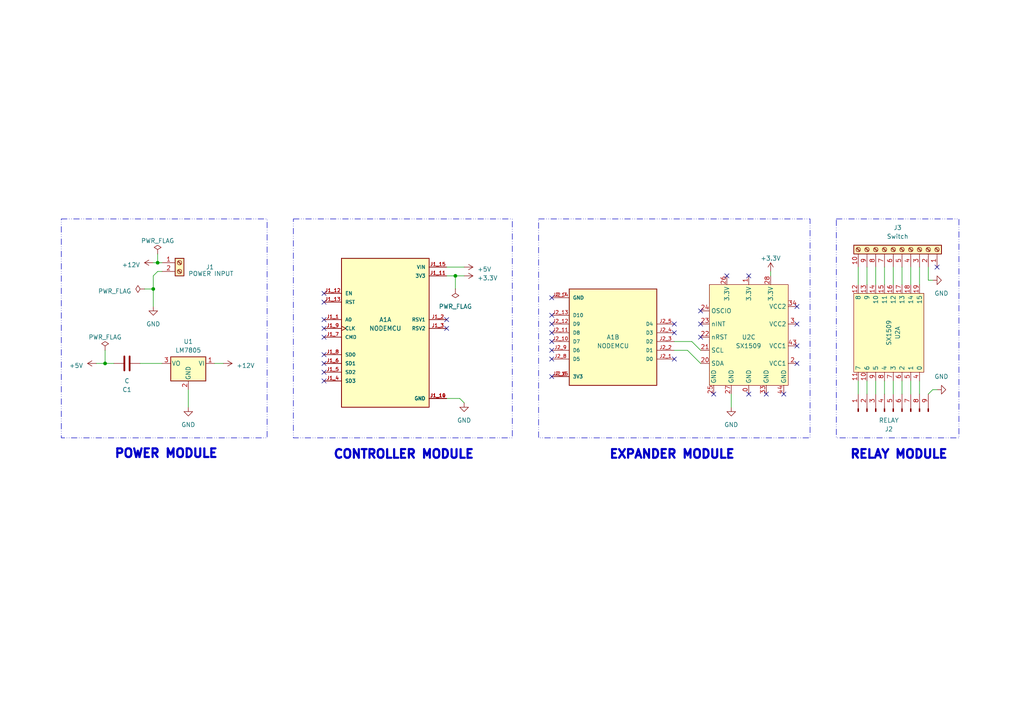
<source format=kicad_sch>
(kicad_sch (version 20230121) (generator eeschema)
  (paper "A4")
  (title_block (title "ROTO") (date "2023-05-04") (rev "1.0.0"))
  (lib_symbols
    (symbol "Connector:Conn_01x09_Pin" (pin_names (offset 1.016) hide)
      (property "Reference" "J" (at 0 12.7 0))
      (property "Value" "Conn_01x09_Pin" (at 0 -12.7 0))
      (symbol "Conn_01x09_Pin_1_1"
        (polyline (pts (xy 1.27 -10.16) (xy 0.8636 -10.16)) (stroke (width 0.1524)))
        (polyline (pts (xy 1.27 -7.62) (xy 0.8636 -7.62)) (stroke (width 0.1524)))
        (polyline (pts (xy 1.27 -5.08) (xy 0.8636 -5.08)) (stroke (width 0.1524)))
        (polyline (pts (xy 1.27 -2.54) (xy 0.8636 -2.54)) (stroke (width 0.1524)))
        (polyline (pts (xy 1.27 0) (xy 0.8636 0)) (stroke (width 0.1524)))
        (polyline (pts (xy 1.27 2.54) (xy 0.8636 2.54)) (stroke (width 0.1524)))
        (polyline (pts (xy 1.27 5.08) (xy 0.8636 5.08)) (stroke (width 0.1524)))
        (polyline (pts (xy 1.27 7.62) (xy 0.8636 7.62)) (stroke (width 0.1524)))
        (polyline (pts (xy 1.27 10.16) (xy 0.8636 10.16)) (stroke (width 0.1524)))
        (rectangle (start 0.8636 -10.033) (end 0 -10.287) (stroke (width 0.1524)) (fill (type outline)))
        (rectangle (start 0.8636 -7.493) (end 0 -7.747) (stroke (width 0.1524)) (fill (type outline)))
        (rectangle (start 0.8636 -4.953) (end 0 -5.207) (stroke (width 0.1524)) (fill (type outline)))
        (rectangle (start 0.8636 -2.413) (end 0 -2.667) (stroke (width 0.1524)) (fill (type outline)))
        (rectangle (start 0.8636 0.127) (end 0 -0.127) (stroke (width 0.1524)) (fill (type outline)))
        (rectangle (start 0.8636 2.667) (end 0 2.413) (stroke (width 0.1524)) (fill (type outline)))
        (rectangle (start 0.8636 5.207) (end 0 4.953) (stroke (width 0.1524)) (fill (type outline)))
        (rectangle (start 0.8636 7.747) (end 0 7.493) (stroke (width 0.1524)) (fill (type outline)))
        (rectangle (start 0.8636 10.287) (end 0 10.033) (stroke (width 0.1524)) (fill (type outline)))
        (pin passive line (at 5.08 10.16 180) (length 3.81) (name "Pin_1") (number "1"))
        (pin passive line (at 5.08 7.62 180) (length 3.81) (name "Pin_2") (number "2"))
        (pin passive line (at 5.08 5.08 180) (length 3.81) (name "Pin_3") (number "3"))
        (pin passive line (at 5.08 2.54 180) (length 3.81) (name "Pin_4") (number "4"))
        (pin passive line (at 5.08 0 180) (length 3.81) (name "Pin_5") (number "5"))
        (pin passive line (at 5.08 -2.54 180) (length 3.81) (name "Pin_6") (number "6"))
        (pin passive line (at 5.08 -5.08 180) (length 3.81) (name "Pin_7") (number "7"))
        (pin passive line (at 5.08 -7.62 180) (length 3.81) (name "Pin_8") (number "8"))
        (pin passive line (at 5.08 -10.16 180) (length 3.81) (name "Pin_9") (number "9"))
      )
    )
    (symbol "Connector:Screw_Terminal_01x02" (pin_names (offset 1.016) hide)
      (property "Reference" "J" (at 0 2.54 0))
      (property "Value" "Screw_Terminal_01x02" (at 0 -5.08 0))
      (symbol "Screw_Terminal_01x02_1_1"
        (rectangle (start -1.27 1.27) (end 1.27 -3.81) (stroke (width 0.254)) (fill (type background)))
        (circle (center 0 -2.54) (radius 0.635) (stroke (width 0.1524)))
        (polyline (pts (xy -0.5334 -2.2098) (xy 0.3302 -3.048)) (stroke (width 0.1524)))
        (polyline (pts (xy -0.5334 0.3302) (xy 0.3302 -0.508)) (stroke (width 0.1524)))
        (polyline (pts (xy -0.3556 -2.032) (xy 0.508 -2.8702)) (stroke (width 0.1524)))
        (polyline (pts (xy -0.3556 0.508) (xy 0.508 -0.3302)) (stroke (width 0.1524)))
        (circle (center 0 0) (radius 0.635) (stroke (width 0.1524)))
        (pin passive line (at -5.08 0 0) (length 3.81) (name "Pin_1") (number "1"))
        (pin passive line (at -5.08 -2.54 0) (length 3.81) (name "Pin_2") (number "2"))
      )
    )
    (symbol "Connector:Screw_Terminal_01x10" (pin_names (offset 1.016) hide)
      (property "Reference" "J" (at 0 12.7 0))
      (property "Value" "Screw_Terminal_01x10" (at 0 -15.24 0))
      (symbol "Screw_Terminal_01x10_1_1"
        (rectangle (start -1.27 11.43) (end 1.27 -13.97) (stroke (width 0.254)) (fill (type background)))
        (circle (center 0 -12.7) (radius 0.635) (stroke (width 0.1524)))
        (circle (center 0 -10.16) (radius 0.635) (stroke (width 0.1524)))
        (circle (center 0 -7.62) (radius 0.635) (stroke (width 0.1524)))
        (circle (center 0 -5.08) (radius 0.635) (stroke (width 0.1524)))
        (circle (center 0 -2.54) (radius 0.635) (stroke (width 0.1524)))
        (polyline (pts (xy -0.5334 -12.3698) (xy 0.3302 -13.208)) (stroke (width 0.1524)))
        (polyline (pts (xy -0.5334 -9.8298) (xy 0.3302 -10.668)) (stroke (width 0.1524)))
        (polyline (pts (xy -0.5334 -7.2898) (xy 0.3302 -8.128)) (stroke (width 0.1524)))
        (polyline (pts (xy -0.5334 -4.7498) (xy 0.3302 -5.588)) (stroke (width 0.1524)))
        (polyline (pts (xy -0.5334 -2.2098) (xy 0.3302 -3.048)) (stroke (width 0.1524)))
        (polyline (pts (xy -0.5334 0.3302) (xy 0.3302 -0.508)) (stroke (width 0.1524)))
        (polyline (pts (xy -0.5334 2.8702) (xy 0.3302 2.032)) (stroke (width 0.1524)))
        (polyline (pts (xy -0.5334 5.4102) (xy 0.3302 4.572)) (stroke (width 0.1524)))
        (polyline (pts (xy -0.5334 7.9502) (xy 0.3302 7.112)) (stroke (width 0.1524)))
        (polyline (pts (xy -0.5334 10.4902) (xy 0.3302 9.652)) (stroke (width 0.1524)))
        (polyline (pts (xy -0.3556 -12.192) (xy 0.508 -13.0302)) (stroke (width 0.1524)))
        (polyline (pts (xy -0.3556 -9.652) (xy 0.508 -10.4902)) (stroke (width 0.1524)))
        (polyline (pts (xy -0.3556 -7.112) (xy 0.508 -7.9502)) (stroke (width 0.1524)))
        (polyline (pts (xy -0.3556 -4.572) (xy 0.508 -5.4102)) (stroke (width 0.1524)))
        (polyline (pts (xy -0.3556 -2.032) (xy 0.508 -2.8702)) (stroke (width 0.1524)))
        (polyline (pts (xy -0.3556 0.508) (xy 0.508 -0.3302)) (stroke (width 0.1524)))
        (polyline (pts (xy -0.3556 3.048) (xy 0.508 2.2098)) (stroke (width 0.1524)))
        (polyline (pts (xy -0.3556 5.588) (xy 0.508 4.7498)) (stroke (width 0.1524)))
        (polyline (pts (xy -0.3556 8.128) (xy 0.508 7.2898)) (stroke (width 0.1524)))
        (polyline (pts (xy -0.3556 10.668) (xy 0.508 9.8298)) (stroke (width 0.1524)))
        (circle (center 0 0) (radius 0.635) (stroke (width 0.1524)))
        (circle (center 0 2.54) (radius 0.635) (stroke (width 0.1524)))
        (circle (center 0 5.08) (radius 0.635) (stroke (width 0.1524)))
        (circle (center 0 7.62) (radius 0.635) (stroke (width 0.1524)))
        (circle (center 0 10.16) (radius 0.635) (stroke (width 0.1524)))
        (pin passive line (at -5.08 10.16 0) (length 3.81) (name "Pin_1") (number "1"))
        (pin passive line (at -5.08 -12.7 0) (length 3.81) (name "Pin_10") (number "10"))
        (pin passive line (at -5.08 7.62 0) (length 3.81) (name "Pin_2") (number "2"))
        (pin passive line (at -5.08 5.08 0) (length 3.81) (name "Pin_3") (number "3"))
        (pin passive line (at -5.08 2.54 0) (length 3.81) (name "Pin_4") (number "4"))
        (pin passive line (at -5.08 0 0) (length 3.81) (name "Pin_5") (number "5"))
        (pin passive line (at -5.08 -2.54 0) (length 3.81) (name "Pin_6") (number "6"))
        (pin passive line (at -5.08 -5.08 0) (length 3.81) (name "Pin_7") (number "7"))
        (pin passive line (at -5.08 -7.62 0) (length 3.81) (name "Pin_8") (number "8"))
        (pin passive line (at -5.08 -10.16 0) (length 3.81) (name "Pin_9") (number "9"))
      )
    )
    (symbol "Device:C" (pin_numbers hide) (pin_names (offset 0.254))
      (property "Reference" "C" (at 0.635 2.54 0))
      (property "Value" "C" (at 0.635 -2.54 0))
      (symbol "C_0_1"
        (polyline (pts (xy -2.032 -0.762) (xy 2.032 -0.762)) (stroke (width 0.508)))
        (polyline (pts (xy -2.032 0.762) (xy 2.032 0.762)) (stroke (width 0.508)))
      )
      (symbol "C_1_1"
        (pin passive line (at 0 3.81 270) (length 2.794) (name "~") (number "1"))
        (pin passive line (at 0 -3.81 90) (length 2.794) (name "~") (number "2"))
      )
    )
    (symbol "MCU_NODEMCU:NODEMCU" (pin_names (offset 1.016))
      (property "Reference" "A" (at -1.27 24.13 0))
      (property "Value" "NODEMCU" (at -5.08 22.86 0))
      (symbol "NODEMCU_1_0"
        (rectangle (start -12.7 20.32) (end 12.7 -22.86) (stroke (width 0.254)) (fill (type background)))
        (pin bidirectional line (at -17.78 2.54 0) (length 5.08) (name "A0") (number "J1_1"))
        (pin power_in line (at 17.78 -20.32 180) (length 5.08) (name "GND") (number "J1_10"))
        (pin power_in line (at 17.78 15.24 180) (length 5.08) (name "3V3") (number "J1_11"))
        (pin input line (at -17.78 10.16 0) (length 5.08) (name "EN") (number "J1_12"))
        (pin input line (at -17.78 7.62 0) (length 5.08) (name "RST") (number "J1_13"))
        (pin power_in line (at 17.78 -20.32 180) (length 5.08) (name "GND") (number "J1_14"))
        (pin power_in line (at 17.78 17.78 180) (length 5.08) (name "VIN") (number "J1_15"))
        (pin bidirectional line (at 17.78 2.54 180) (length 5.08) (name "RSV1") (number "J1_2"))
        (pin bidirectional line (at 17.78 0 180) (length 5.08) (name "RSV2") (number "J1_3"))
        (pin bidirectional line (at -17.78 -15.24 0) (length 5.08) (name "SD3") (number "J1_4"))
        (pin bidirectional line (at -17.78 -12.7 0) (length 5.08) (name "SD2") (number "J1_5"))
        (pin bidirectional line (at -17.78 -10.16 0) (length 5.08) (name "SD1") (number "J1_6"))
        (pin bidirectional line (at -17.78 -2.54 0) (length 5.08) (name "CMD") (number "J1_7"))
        (pin bidirectional line (at -17.78 -7.62 0) (length 5.08) (name "SD0") (number "J1_8"))
        (pin bidirectional clock (at -17.78 0 0) (length 5.08) (name "CLK") (number "J1_9"))
      )
      (symbol "NODEMCU_2_0"
        (rectangle (start -12.7 -15.24) (end 12.7 12.7) (stroke (width 0.254)) (fill (type background)))
        (pin bidirectional line (at -17.78 5.08 0) (length 5.08) (name "D0") (number "J2_1"))
        (pin bidirectional line (at 17.78 0 180) (length 5.08) (name "D7") (number "J2_10"))
        (pin bidirectional line (at 17.78 -2.54 180) (length 5.08) (name "D8") (number "J2_11"))
        (pin bidirectional line (at 17.78 -5.08 180) (length 5.08) (name "D9") (number "J2_12"))
        (pin bidirectional line (at 17.78 -7.62 180) (length 5.08) (name "D10") (number "J2_13"))
        (pin power_in line (at 17.78 -12.7 180) (length 5.08) (name "GND") (number "J2_14"))
        (pin power_in line (at 17.78 10.16 180) (length 5.08) (name "3V3") (number "J2_15"))
        (pin bidirectional line (at -17.78 2.54 0) (length 5.08) (name "D1") (number "J2_2"))
        (pin bidirectional line (at -17.78 0 0) (length 5.08) (name "D2") (number "J2_3"))
        (pin bidirectional line (at -17.78 -2.54 0) (length 5.08) (name "D3") (number "J2_4"))
        (pin bidirectional line (at -17.78 -5.08 0) (length 5.08) (name "D4") (number "J2_5"))
        (pin power_in line (at 17.78 10.16 180) (length 5.08) (name "3V3") (number "J2_6"))
        (pin power_in line (at 17.78 -12.7 180) (length 5.08) (name "GND") (number "J2_7"))
        (pin bidirectional line (at 17.78 5.08 180) (length 5.08) (name "D5") (number "J2_8"))
        (pin bidirectional line (at 17.78 2.54 180) (length 5.08) (name "D6") (number "J2_9"))
      )
    )
    (symbol "MCU_SX1509:SX1509"
      (property "Reference" "U" (at 0 -24.13 0))
      (property "Value" "SX1509" (at 0 -21.59 0))
      (symbol "SX1509_1_1"
        (rectangle (start -11.43 8.89) (end 11.43 -11.43) (fill (type background)))
        (pin bidirectional line (at 13.97 -7.62 180) (length 2.54) (name "6") (number "10"))
        (pin bidirectional line (at 13.97 -10.16 180) (length 2.54) (name "7") (number "11"))
        (pin bidirectional line (at -13.97 -10.16 0) (length 2.54) (name "8") (number "12"))
        (pin bidirectional line (at -13.97 -7.62 0) (length 2.54) (name "9") (number "13"))
        (pin bidirectional line (at -13.97 -5.08 0) (length 2.54) (name "10") (number "14"))
        (pin bidirectional line (at -13.97 -2.54 0) (length 2.54) (name "11") (number "15"))
        (pin bidirectional line (at -13.97 0 0) (length 2.54) (name "12") (number "16"))
        (pin bidirectional line (at -13.97 2.54 0) (length 2.54) (name "13") (number "17"))
        (pin bidirectional line (at -13.97 5.08 0) (length 2.54) (name "14") (number "18"))
        (pin bidirectional line (at -13.97 7.62 0) (length 2.54) (name "15") (number "19"))
        (pin bidirectional line (at 13.97 7.62 180) (length 2.54) (name "0") (number "4"))
        (pin bidirectional line (at 13.97 5.08 180) (length 2.54) (name "1") (number "5"))
        (pin bidirectional line (at 13.97 2.54 180) (length 2.54) (name "2") (number "6"))
        (pin bidirectional line (at 13.97 0 180) (length 2.54) (name "3") (number "7"))
        (pin bidirectional line (at 13.97 -2.54 180) (length 2.54) (name "4") (number "8"))
        (pin bidirectional line (at 13.97 -5.08 180) (length 2.54) (name "5") (number "9"))
      )
      (symbol "SX1509_2_1"
        (rectangle (start -11.43 8.89) (end 11.43 -11.43) (fill (type background)))
        (pin bidirectional line (at -13.97 5.08 0) (length 2.54) (name "14") (number "29"))
        (pin bidirectional line (at -13.97 7.62 0) (length 2.54) (name "15") (number "30"))
        (pin bidirectional line (at -13.97 0 0) (length 2.54) (name "12") (number "31"))
        (pin bidirectional line (at -13.97 2.54 0) (length 2.54) (name "13") (number "32"))
        (pin bidirectional line (at -13.97 -5.08 0) (length 2.54) (name "10") (number "35"))
        (pin bidirectional line (at -13.97 -2.54 0) (length 2.54) (name "11") (number "36"))
        (pin bidirectional line (at -13.97 -10.16 0) (length 2.54) (name "8") (number "37"))
        (pin bidirectional line (at -13.97 -7.62 0) (length 2.54) (name "9") (number "38"))
        (pin bidirectional line (at 13.97 5.08 180) (length 2.54) (name "1") (number "39"))
        (pin bidirectional line (at 13.97 7.62 180) (length 2.54) (name "0") (number "40"))
        (pin bidirectional line (at 13.97 0 180) (length 2.54) (name "3") (number "41"))
        (pin bidirectional line (at 13.97 2.54 180) (length 2.54) (name "2") (number "42"))
        (pin bidirectional line (at 13.97 -5.08 180) (length 2.54) (name "5") (number "45"))
        (pin bidirectional line (at 13.97 -2.54 180) (length 2.54) (name "4") (number "46"))
        (pin bidirectional line (at 13.97 -7.62 180) (length 2.54) (name "6") (number "48"))
        (pin bidirectional line (at 13.97 -10.16 180) (length 2.54) (name "7") (number "49"))
      )
      (symbol "SX1509_3_1"
        (rectangle (start -11.43 13.97) (end 11.43 -15.24) (fill (type background)))
        (pin power_in line (at 0 16.51 270) (length 2.54) (name "GND") (number "0"))
        (pin power_in line (at 0 -17.78 90) (length 2.54) (name "3.3V") (number "1"))
        (pin power_out line (at -13.97 7.62 0) (length 2.54) (name "VCC1") (number "2"))
        (pin input line (at 13.97 7.62 180) (length 2.54) (name "SDA") (number "20"))
        (pin input line (at 13.97 3.81 180) (length 2.54) (name "SCL") (number "21"))
        (pin input line (at 13.97 0 180) (length 2.54) (name "nRST") (number "22"))
        (pin output line (at 13.97 -3.81 180) (length 2.54) (name "nINT") (number "23"))
        (pin bidirectional line (at 13.97 -7.62 180) (length 2.54) (name "OSCIO") (number "24"))
        (pin power_in line (at 10.16 16.51 270) (length 2.54) (name "GND") (number "25"))
        (pin power_in line (at 6.35 -17.78 90) (length 2.54) (name "3.3V") (number "26"))
        (pin power_in line (at 5.08 16.51 270) (length 2.54) (name "GND") (number "27"))
        (pin power_in line (at -6.35 -17.78 90) (length 2.54) (name "3.3V") (number "28"))
        (pin power_out line (at -13.97 -3.81 0) (length 2.54) (name "VCC2") (number "3"))
        (pin power_in line (at -5.08 16.51 270) (length 2.54) (name "GND") (number "33"))
        (pin power_out line (at -13.97 -8.89 0) (length 2.54) (name "VCC2") (number "34"))
        (pin power_out line (at -13.97 2.54 0) (length 2.54) (name "VCC1") (number "43"))
        (pin power_in line (at -10.16 16.51 270) (length 2.54) (name "GND") (number "44"))
      )
    )
    (symbol "Regulator_Linear:LM7805_TO220" (pin_names (offset 0.254))
      (property "Reference" "U" (at -3.81 3.175 0))
      (property "Value" "LM7805_TO220" (at 0 3.175 0))
      (symbol "LM7805_TO220_0_1"
        (rectangle (start -5.08 1.905) (end 5.08 -5.08) (stroke (width 0.254)) (fill (type background)))
      )
      (symbol "LM7805_TO220_1_1"
        (pin power_in line (at -7.62 0 0) (length 2.54) (name "VI") (number "1"))
        (pin power_in line (at 0 -7.62 90) (length 2.54) (name "GND") (number "2"))
        (pin power_out line (at 7.62 0 180) (length 2.54) (name "VO") (number "3"))
      )
    )
    (symbol "SX1509_1"
      (property "Reference" "U" (at 0 -24.13 0))
      (property "Value" "SX1509" (at 0 -21.59 0))
      (symbol "SX1509_1_1_1"
        (rectangle (start -11.43 8.89) (end 11.43 -11.43) (fill (type background)))
        (pin bidirectional line (at 13.97 -7.62 180) (length 2.54) (name "6") (number "10"))
        (pin bidirectional line (at 13.97 -10.16 180) (length 2.54) (name "7") (number "11"))
        (pin bidirectional line (at -13.97 -10.16 0) (length 2.54) (name "8") (number "12"))
        (pin bidirectional line (at -13.97 -7.62 0) (length 2.54) (name "9") (number "13"))
        (pin bidirectional line (at -13.97 -5.08 0) (length 2.54) (name "10") (number "14"))
        (pin bidirectional line (at -13.97 -2.54 0) (length 2.54) (name "11") (number "15"))
        (pin bidirectional line (at -13.97 0 0) (length 2.54) (name "12") (number "16"))
        (pin bidirectional line (at -13.97 2.54 0) (length 2.54) (name "13") (number "17"))
        (pin bidirectional line (at -13.97 5.08 0) (length 2.54) (name "14") (number "18"))
        (pin bidirectional line (at -13.97 7.62 0) (length 2.54) (name "15") (number "19"))
        (pin bidirectional line (at 13.97 7.62 180) (length 2.54) (name "0") (number "4"))
        (pin bidirectional line (at 13.97 5.08 180) (length 2.54) (name "1") (number "5"))
        (pin bidirectional line (at 13.97 2.54 180) (length 2.54) (name "2") (number "6"))
        (pin bidirectional line (at 13.97 0 180) (length 2.54) (name "3") (number "7"))
        (pin bidirectional line (at 13.97 -2.54 180) (length 2.54) (name "4") (number "8"))
        (pin bidirectional line (at 13.97 -5.08 180) (length 2.54) (name "5") (number "9"))
      )
      (symbol "SX1509_1_2_1"
        (rectangle (start -11.43 8.89) (end 11.43 -11.43) (fill (type background)))
        (pin bidirectional line (at -13.97 5.08 0) (length 2.54) (name "14") (number "29"))
        (pin bidirectional line (at -13.97 7.62 0) (length 2.54) (name "15") (number "30"))
        (pin bidirectional line (at -13.97 0 0) (length 2.54) (name "12") (number "31"))
        (pin bidirectional line (at -13.97 2.54 0) (length 2.54) (name "13") (number "32"))
        (pin bidirectional line (at -13.97 -5.08 0) (length 2.54) (name "10") (number "35"))
        (pin bidirectional line (at -13.97 -2.54 0) (length 2.54) (name "11") (number "36"))
        (pin bidirectional line (at -13.97 -10.16 0) (length 2.54) (name "8") (number "37"))
        (pin bidirectional line (at -13.97 -7.62 0) (length 2.54) (name "9") (number "38"))
        (pin bidirectional line (at 13.97 5.08 180) (length 2.54) (name "1") (number "39"))
        (pin bidirectional line (at 13.97 7.62 180) (length 2.54) (name "0") (number "40"))
        (pin bidirectional line (at 13.97 0 180) (length 2.54) (name "3") (number "41"))
        (pin bidirectional line (at 13.97 2.54 180) (length 2.54) (name "2") (number "42"))
        (pin bidirectional line (at 13.97 -5.08 180) (length 2.54) (name "5") (number "45"))
        (pin bidirectional line (at 13.97 -2.54 180) (length 2.54) (name "4") (number "46"))
        (pin bidirectional line (at 13.97 -7.62 180) (length 2.54) (name "6") (number "48"))
        (pin bidirectional line (at 13.97 -10.16 180) (length 2.54) (name "7") (number "49"))
      )
      (symbol "SX1509_1_3_1"
        (rectangle (start -11.43 13.97) (end 11.43 -15.24) (fill (type background)))
        (pin power_in line (at 0 16.51 270) (length 2.54) (name "GND") (number "0"))
        (pin power_in line (at 0 -17.78 90) (length 2.54) (name "3.3V") (number "1"))
        (pin power_out line (at -13.97 7.62 0) (length 2.54) (name "VCC1") (number "2"))
        (pin input line (at 13.97 7.62 180) (length 2.54) (name "SDA") (number "20"))
        (pin input line (at 13.97 3.81 180) (length 2.54) (name "SCL") (number "21"))
        (pin input line (at 13.97 0 180) (length 2.54) (name "nRST") (number "22"))
        (pin output line (at 13.97 -3.81 180) (length 2.54) (name "nINT") (number "23"))
        (pin bidirectional line (at 13.97 -7.62 180) (length 2.54) (name "OSCIO") (number "24"))
        (pin power_in line (at 10.16 16.51 270) (length 2.54) (name "GND") (number "25"))
        (pin power_in line (at 6.35 -17.78 90) (length 2.54) (name "3.3V") (number "26"))
        (pin power_in line (at 5.08 16.51 270) (length 2.54) (name "GND") (number "27"))
        (pin power_in line (at -6.35 -17.78 90) (length 2.54) (name "3.3V") (number "28"))
        (pin power_out line (at -13.97 -3.81 0) (length 2.54) (name "VCC2") (number "3"))
        (pin power_in line (at -5.08 16.51 270) (length 2.54) (name "GND") (number "33"))
        (pin power_out line (at -13.97 -8.89 0) (length 2.54) (name "VCC2") (number "34"))
        (pin power_out line (at -13.97 2.54 0) (length 2.54) (name "VCC1") (number "43"))
        (pin power_in line (at -10.16 16.51 270) (length 2.54) (name "GND") (number "44"))
      )
    )
    (symbol "power:+12V" (power) (pin_names (offset 0))
      (property "Value" "+12V" (at 0 3.556 0))
      (symbol "+12V_0_1"
        (polyline (pts (xy -0.762 1.27) (xy 0 2.54)))
        (polyline (pts (xy 0 0) (xy 0 2.54)))
        (polyline (pts (xy 0 2.54) (xy 0.762 1.27)))
      )
      (symbol "+12V_1_1"
        (pin power_in line (at 0 0 90) (length 0) hide (name "+12V") (number "1"))
      )
    )
    (symbol "power:+3.3V" (power) (pin_names (offset 0))
      (property "Value" "+3.3V" (at 0 3.556 0))
      (symbol "+3.3V_0_1"
        (polyline (pts (xy -0.762 1.27) (xy 0 2.54)))
        (polyline (pts (xy 0 0) (xy 0 2.54)))
        (polyline (pts (xy 0 2.54) (xy 0.762 1.27)))
      )
      (symbol "+3.3V_1_1"
        (pin power_in line (at 0 0 90) (length 0) hide (name "+3.3V") (number "1"))
      )
    )
    (symbol "power:+5V" (power) (pin_names (offset 0))
      (property "Value" "+5V" (at 0 3.556 0))
      (symbol "+5V_0_1"
        (polyline (pts (xy -0.762 1.27) (xy 0 2.54)))
        (polyline (pts (xy 0 0) (xy 0 2.54)))
        (polyline (pts (xy 0 2.54) (xy 0.762 1.27)))
      )
      (symbol "+5V_1_1"
        (pin power_in line (at 0 0 90) (length 0) hide (name "+5V") (number "1"))
      )
    )
    (symbol "power:GND" (power) (pin_names (offset 0))
      (property "Value" "GND" (at 0 -3.81 0))
      (symbol "GND_0_1"
        (polyline (pts (xy 0 0) (xy 0 -1.27) (xy 1.27 -1.27) (xy 0 -2.54) (xy -1.27 -1.27) (xy 0 -1.27)))
      )
      (symbol "GND_1_1"
        (pin power_in line (at 0 0 270) (length 0) hide (name "GND") (number "1"))
      )
    )
    (symbol "power:PWR_FLAG" (power) (pin_numbers hide) (pin_names (offset 0) hide)
      (property "Value" "PWR_FLAG" (at 0 3.81 0))
      (symbol "PWR_FLAG_0_0"
        (pin power_out line (at 0 0 90) (length 0) (name "pwr") (number "1"))
      )
      (symbol "PWR_FLAG_0_1"
        (polyline (pts (xy 0 0) (xy 0 1.27) (xy -1.016 1.905) (xy 0 2.54) (xy 1.016 1.905) (xy 0 1.27)))
      )
    )
  )
  (junction (at 44.45 83.82))
  (junction (at 132.08 80.01))
  (junction (at 45.72 76.2))
  (junction (at 30.48 105.41))
  (no_connect (at 203.2 97.79))
  (no_connect (at 160.02 93.98))
  (no_connect (at 231.14 88.9))
  (no_connect (at 160.02 96.52))
  (no_connect (at 129.54 95.25))
  (no_connect (at 222.25 114.3))
  (no_connect (at 231.14 105.41))
  (no_connect (at 93.98 102.87))
  (no_connect (at 93.98 87.63))
  (no_connect (at 210.82 80.01))
  (no_connect (at 231.14 100.33))
  (no_connect (at 93.98 110.49))
  (no_connect (at 160.02 109.22))
  (no_connect (at 203.2 93.98))
  (no_connect (at 93.98 95.25))
  (no_connect (at 217.17 114.3))
  (no_connect (at 93.98 105.41))
  (no_connect (at 160.02 101.6))
  (no_connect (at 160.02 104.14))
  (no_connect (at 160.02 86.36))
  (no_connect (at 93.98 85.09))
  (no_connect (at 160.02 91.44))
  (no_connect (at 93.98 92.71))
  (no_connect (at 93.98 97.79))
  (no_connect (at 195.58 96.52))
  (no_connect (at 129.54 92.71))
  (no_connect (at 227.33 114.3))
  (no_connect (at 195.58 104.14))
  (no_connect (at 203.2 90.17))
  (no_connect (at 217.17 80.01))
  (no_connect (at 160.02 99.06))
  (no_connect (at 271.78 77.47))
  (no_connect (at 207.01 114.3))
  (no_connect (at 93.98 107.95))
  (no_connect (at 231.14 93.98))
  (no_connect (at 195.58 93.98))
  (wire (pts (xy 132.08 80.01) (xy 132.08 83.82)))
  (wire (pts (xy 264.16 110.49) (xy 264.16 114.3)))
  (wire (pts (xy 44.45 80.01) (xy 44.45 83.82)))
  (wire (pts (xy 45.72 78.74) (xy 44.45 80.01)))
  (wire (pts (xy 30.48 101.6) (xy 30.48 105.41)))
  (wire (pts (xy 254 110.49) (xy 254 114.3)))
  (wire (pts (xy 45.72 76.2) (xy 46.99 76.2)))
  (wire (pts (xy 129.54 80.01) (xy 132.08 80.01)))
  (wire (pts (xy 132.08 80.01) (xy 134.62 80.01)))
  (wire (pts (xy 199.39 101.6) (xy 203.2 105.41)))
  (wire (pts (xy 269.24 81.28) (xy 270.51 81.28)))
  (wire (pts (xy 256.54 82.55) (xy 256.54 77.47)))
  (wire (pts (xy 41.91 83.82) (xy 44.45 83.82)))
  (wire (pts (xy 44.45 83.82) (xy 44.45 88.9)))
  (wire (pts (xy 129.54 115.57) (xy 133.35 115.57)))
  (wire (pts (xy 195.58 101.6) (xy 199.39 101.6)))
  (wire (pts (xy 64.77 105.41) (xy 62.23 105.41)))
  (wire (pts (xy 46.99 78.74) (xy 45.72 78.74)))
  (wire (pts (xy 200.66 99.06) (xy 203.2 101.6)))
  (wire (pts (xy 195.58 99.06) (xy 200.66 99.06)))
  (wire (pts (xy 248.92 82.55) (xy 248.92 77.47)))
  (wire (pts (xy 261.62 82.55) (xy 261.62 77.47)))
  (wire (pts (xy 259.08 110.49) (xy 259.08 114.3)))
  (wire (pts (xy 248.92 110.49) (xy 248.92 114.3)))
  (wire (pts (xy 261.62 110.49) (xy 261.62 114.3)))
  (wire (pts (xy 212.09 114.3) (xy 212.09 118.11)))
  (wire (pts (xy 266.7 110.49) (xy 266.7 114.3)))
  (wire (pts (xy 40.64 105.41) (xy 46.99 105.41)))
  (wire (pts (xy 134.62 77.47) (xy 129.54 77.47)))
  (wire (pts (xy 256.54 110.49) (xy 256.54 114.3)))
  (wire (pts (xy 266.7 82.55) (xy 266.7 77.47)))
  (wire (pts (xy 270.51 113.03) (xy 269.24 114.3)))
  (wire (pts (xy 33.02 105.41) (xy 30.48 105.41)))
  (wire (pts (xy 270.51 113.03) (xy 271.78 113.03)))
  (wire (pts (xy 45.72 73.66) (xy 45.72 76.2)))
  (wire (pts (xy 30.48 105.41) (xy 27.94 105.41)))
  (wire (pts (xy 259.08 82.55) (xy 259.08 77.47)))
  (wire (pts (xy 54.61 113.03) (xy 54.61 118.11)))
  (wire (pts (xy 251.46 82.55) (xy 251.46 77.47)))
  (wire (pts (xy 44.45 76.2) (xy 45.72 76.2)))
  (wire (pts (xy 269.24 81.28) (xy 269.24 77.47)))
  (wire (pts (xy 264.16 77.47) (xy 264.16 82.55)))
  (wire (pts (xy 223.52 78.74) (xy 223.52 80.01)))
  (wire (pts (xy 254 77.47) (xy 254 82.55)))
  (wire (pts (xy 133.35 115.57) (xy 134.62 116.84)))
  (wire (pts (xy 251.46 110.49) (xy 251.46 114.3)))
  (rectangle (start 85.09 63.5) (end 148.59 127) (stroke (width 0) (type dash_dot_dot)))
  (rectangle (start 242.57 63.5) (end 278.13 127) (stroke (width 0) (type dash_dot_dot)))
  (rectangle (start 156.21 63.5) (end 234.95 127) (stroke (width 0) (type dash_dot_dot)))
  (rectangle (start 17.78 63.5) (end 77.47 127) (stroke (width 0) (type dash_dot_dot)))
  (text "EXPANDER MODULE\n" (at 176.53 133.35 0) (effects (font (size 2.5 2.5) (thickness 1) bold) (justify left bottom)))
  (text "RELAY MODULE\n" (at 246.38 133.35 0) (effects (font (size 2.5 2.5) (thickness 1) bold) (justify left bottom)))
  (text "POWER MODULE\n\n" (at 33.02 137.16 0) (effects (font (size 2.5 2.5) (thickness 1) bold) (justify left bottom)))
  (text "CONTROLLER MODULE" (at 96.52 133.35 0) (effects (font (size 2.5 2.5) (thickness 1) bold) (justify left bottom)))
  (symbol (lib_id "Connector:Screw_Terminal_01x02") (at 52.07 76.2 0) (unit 1)
    (property "Reference" "J1" (at 59.69 77.47 0) (effects (justify left)))
    (property "Value" "POWER INPUT" (at 54.61 79.375 0) (effects (justify left)))
    (property "Footprint" "TerminalBlock:TerminalBlock_bornier-2_P5.08mm" (effects hide))
  )
  (symbol (lib_id "Device:C") (at 36.83 105.41 270) (mirror x) (unit 1)
    (property "Reference" "C1" (at 36.83 113.03 90))
    (property "Value" "C" (at 36.83 110.49 90))
    (property "Footprint" "Capacitor_THT:C_Radial_D4.0mm_H7.0mm_P1.50mm" (effects hide))
  )
  (symbol (lib_id "power:GND") (at 270.51 81.28 90) (unit 1)
    (property "Reference" "#PWR05" (effects hide))
    (property "Value" "GND" (at 273.05 85.09 90))
  )
  (symbol (lib_id "power:+5V") (at 27.94 105.41 90) (unit 1)
    (property "Reference" "#PWR08" (effects hide))
    (property "Value" "+5V" (at 24.13 106.045 90) (effects (justify left)))
  )
  (symbol (lib_id "power:GND") (at 54.61 118.11 0) (unit 1)
    (property "Reference" "#PWR01" (effects hide))
    (property "Value" "GND" (at 54.61 123.19 0))
  )
  (symbol (lib_id "power:+3.3V") (at 223.52 78.74 0) (unit 1)
    (property "Reference" "#PWR04" (effects hide))
    (property "Value" "+3.3V" (at 223.52 74.93 0))
  )
  (symbol (lib_id "power:GND") (at 134.62 116.84 0) (unit 1)
    (property "Reference" "#PWR03" (effects hide))
    (property "Value" "GND" (at 134.62 121.92 0))
  )
  (symbol (lib_id "power:PWR_FLAG") (at 132.08 83.82 180) (unit 1)
    (property "Reference" "#FLG01" (effects hide))
    (property "Value" "PWR_FLAG" (at 132.08 88.9 0))
  )
  (symbol (lib_name "SX1509_1") (lib_id "MCU_SX1509:SX1509") (at 217.17 97.79 180) (unit 3)
    (property "Reference" "U2" (at 217.17 97.79 0))
    (property "Value" "SX1509" (at 213.36 100.33 0) (effects (justify right)))
    (property "Footprint" "MCU_SX1509:MCU_SX1509" (effects hide))
  )
  (symbol (lib_id "power:GND") (at 271.78 113.03 90) (unit 1)
    (property "Reference" "#PWR012" (effects hide))
    (property "Value" "GND" (at 273.05 109.22 90))
  )
  (symbol (lib_id "power:+12V") (at 64.77 105.41 270) (unit 1)
    (property "Reference" "#PWR011" (effects hide))
    (property "Value" "+12V" (at 68.58 106.045 90) (effects (justify left)))
  )
  (symbol (lib_id "power:+12V") (at 44.45 76.2 90) (unit 1)
    (property "Reference" "#PWR06" (effects hide))
    (property "Value" "+12V" (at 40.64 76.835 90) (effects (justify left)))
  )
  (symbol (lib_id "Regulator_Linear:LM7805_TO220") (at 54.61 105.41 0) (mirror y) (unit 1)
    (property "Reference" "U1" (at 54.61 99.06 0))
    (property "Value" "LM7805" (at 54.61 101.6 0))
    (property "Footprint" "Package_TO_SOT_THT:TO-220-3_Vertical" (effects hide))
    (property "Datasheet" "https://www.onsemi.cn/PowerSolutions/document/MC7800-D.PDF" (effects hide))
  )
  (symbol (lib_id "power:GND") (at 212.09 118.11 0) (unit 1)
    (property "Reference" "#PWR010" (effects hide))
    (property "Value" "GND" (at 212.09 123.19 0))
  )
  (symbol (lib_id "power:PWR_FLAG") (at 41.91 83.82 90) (unit 1)
    (property "Reference" "#FLG03" (effects hide))
    (property "Value" "PWR_FLAG" (at 38.1 84.455 90) (effects (justify left)))
  )
  (symbol (lib_id "MCU_SX1509:SX1509") (at 259.08 96.52 270) (unit 1)
    (property "Reference" "U2" (at 260.35 96.52 0))
    (property "Value" "SX1509" (at 257.81 96.52 0))
    (property "Footprint" "MCU_SX1509:MCU_SX1509" (effects hide))
  )
  (symbol (lib_id "MCU_NODEMCU:NODEMCU") (at 111.76 95.25 0) (unit 1)
    (property "Reference" "A1" (at 111.76 92.71 0))
    (property "Value" "NODEMCU" (at 111.76 95.25 0))
    (property "Footprint" "MCU_NODEMCU:MCU_NODEMCU" (effects hide))
    (property "PARTREV" "N/A" (effects hide))
    (property "STANDARD" "Manufacturer Recommendations" (effects hide))
    (property "MAXIMUM_PACKAGE_HEIGHT" "N/A" (effects hide))
    (property "MANUFACTURER" "Seeed" (effects hide))
  )
  (symbol (lib_id "power:+5V") (at 134.62 77.47 270) (unit 1)
    (property "Reference" "#PWR09" (effects hide))
    (property "Value" "+5V" (at 138.43 78.105 90) (effects (justify left)))
  )
  (symbol (lib_id "Connector:Screw_Terminal_01x10") (at 261.62 72.39 270) (mirror x) (unit 1)
    (property "Reference" "J3" (at 260.35 66.04 90))
    (property "Value" "Switch" (at 260.35 68.58 90))
    (property "Footprint" "TerminalBlock_Phoenix:TerminalBlock_Phoenix_MKDS-1,5-10_1x10_P5.00mm_Horizontal" (effects hide))
  )
  (symbol (lib_id "power:PWR_FLAG") (at 45.72 73.66 0) (unit 1)
    (property "Reference" "#FLG04" (effects hide))
    (property "Value" "PWR_FLAG" (at 45.72 69.85 0))
  )
  (symbol (lib_id "power:GND") (at 44.45 88.9 0) (unit 1)
    (property "Reference" "#PWR02" (effects hide))
    (property "Value" "GND" (at 44.45 93.98 0))
  )
  (symbol (lib_id "power:+3.3V") (at 134.62 80.01 270) (unit 1)
    (property "Reference" "#PWR07" (effects hide))
    (property "Value" "+3.3V" (at 138.43 80.645 90) (effects (justify left)))
  )
  (symbol (lib_id "Connector:Conn_01x09_Pin") (at 259.08 119.38 90) (unit 1)
    (property "Reference" "J2" (at 257.81 124.46 90))
    (property "Value" "RELAY" (at 257.81 121.92 90))
    (property "Footprint" "Connector_PinHeader_2.54mm:PinHeader_1x09_P2.54mm_Vertical" (effects hide))
  )
  (symbol (lib_id "power:PWR_FLAG") (at 30.48 101.6 0) (unit 1)
    (property "Reference" "#FLG02" (effects hide))
    (property "Value" "PWR_FLAG" (at 30.48 97.79 0))
  )
  (symbol (lib_id "MCU_NODEMCU:NODEMCU") (at 177.8 99.06 180) (unit 2)
    (property "Reference" "A1" (at 177.8 97.79 0))
    (property "Value" "NODEMCU" (at 177.8 100.33 0))
    (property "Footprint" "MCU_NODEMCU:MCU_NODEMCU" (effects hide))
    (property "PARTREV" "N/A" (effects hide))
    (property "STANDARD" "Manufacturer Recommendations" (effects hide))
    (property "MAXIMUM_PACKAGE_HEIGHT" "N/A" (effects hide))
    (property "MANUFACTURER" "Seeed" (effects hide))
  )
)
</source>
